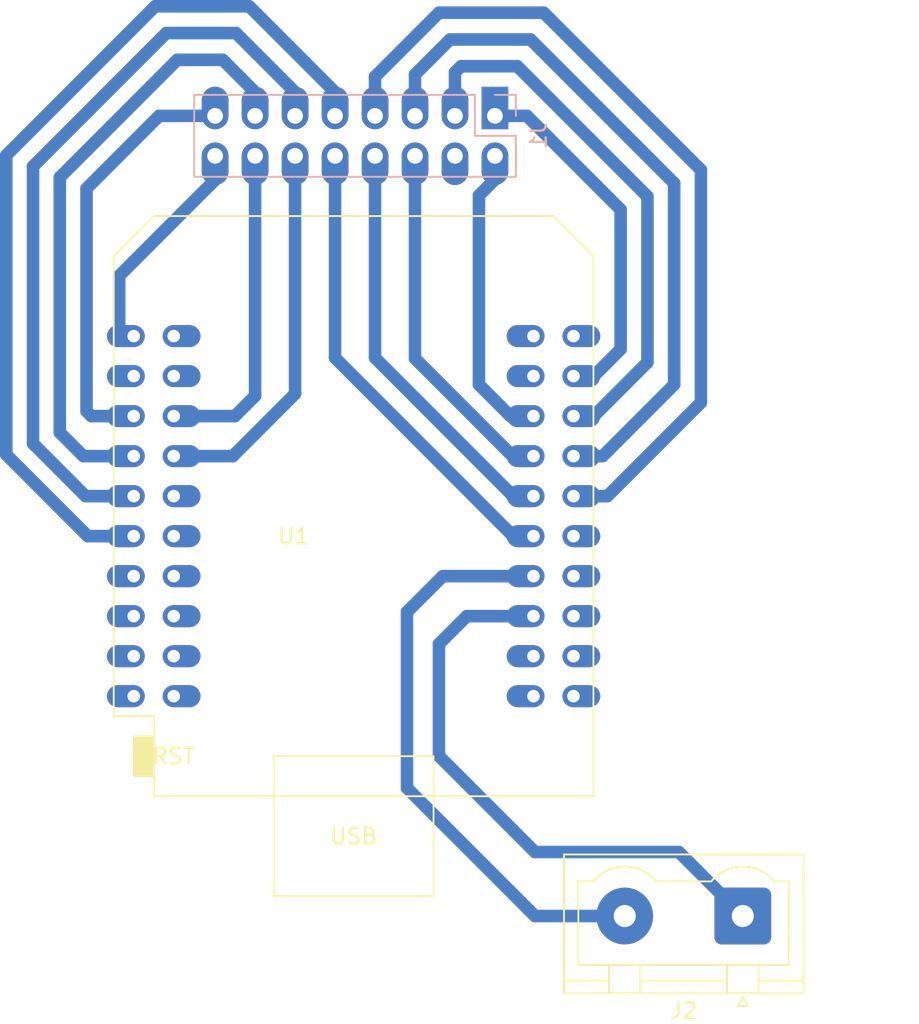
<source format=kicad_pcb>
(kicad_pcb (version 20211014) (generator pcbnew)
  (layers (0 "F.Cu" signal) (31 "B.Cu" signal) (34 "B.Paste" user) (35 "F.Paste" user) (36 "B.SilkS" user "B.Silkscreen") (37 "F.SilkS" user "F.Silkscreen") (38 "B.Mask" user) (39 "F.Mask" user) (44 "Edge.Cuts" user))
  (net 0 "")
  (net 1 "Net-(J2-Pad1)")
  (net 2 "Net-(J1-Pad1)")
  (net 13 "Net-(J1-Pad2)")
  (net 14 "Net-(J1-Pad3)")
  (net 18 "Net-(J1-Pad5)")
  (net 19 "Net-(J1-Pad6)")
  (net 20 "Net-(J1-Pad7)")
  (net 22 "Net-(J1-Pad8)")
  (net 23 "Net-(U1-Pad11)")
  (net 24 "Net-(J1-Pad10)")
  (net 25 "Net-(U1-Pad9)")
  (net 26 "Net-(J1-Pad12)")
  (net 27 "Net-(J1-Pad14)")
  (net 28 "Net-(J1-Pad15)")
  (net 29 "Net-(J1-Pad16)")
  (net 38 "Net-(U1-Pad7)")
  (footprint "Connector_Phoenix_GMSTB:PhoenixContact_GMSTBVA_2,5_2-G_1x02_P7.50mm_Vertical" (layer "F.Cu") (at 149.352 136.144 180)
    (fp_text reference "J2" (at 3.75 -6) (layer "F.SilkS"))
    (fp_text value "Power")
    (fp_line (start 0 -5.11) (end -0.3 -5.71) (layer "F.SilkS") (width 0.12))
    (fp_line (start 8.5 -3.1) (end 6.5 -3.1) (layer "F.SilkS") (width 0.12))
    (fp_line (start -1 -3.1) (end -1 -4.91) (layer "F.SilkS") (width 0.12))
    (fp_line (start 10.45 -3.1) (end 10.45 2.2) (layer "F.SilkS") (width 0.12))
    (fp_line (start 11.36 -4.91) (end -3.86 -4.91) (layer "F.SilkS") (width 0.12))
    (fp_line (start 2 2.2) (end 5.5 2.2) (layer "F.SilkS") (width 0.12))
    (fp_line (start -1 -4.91) (end 1 -4.91) (layer "F.SilkS") (width 0.12))
    (fp_line (start -2.95 2.2) (end -2.95 -3.1) (layer "F.SilkS") (width 0.12))
    (fp_line (start -3.86 -4.91) (end -3.86 3.91) (layer "F.SilkS") (width 0.12))
    (fp_line (start 1 -3.1) (end -1 -3.1) (layer "F.SilkS") (width 0.12))
    (fp_line (start 10.45 2.2) (end 9.5 2.2) (layer "F.SilkS") (width 0.12))
    (fp_line (start 6.5 -4.91) (end 8.5 -4.91) (layer "F.SilkS") (width 0.12))
    (fp_line (start -0.3 -5.71) (end 0.3 -5.71) (layer "F.SilkS") (width 0.12))
    (fp_line (start 1 -4.1) (end 6.5 -4.1) (layer "F.SilkS") (width 0.12))
    (fp_line (start 6.5 -3.1) (end 6.5 -4.91) (layer "F.SilkS") (width 0.12))
    (fp_line (start -2.95 -3.1) (end 10.45 -3.1) (layer "F.SilkS") (width 0.12))
    (fp_line (start -3.86 -4.1) (end -1.11 -4.1) (layer "F.SilkS") (width 0.12))
    (fp_line (start 1 -4.91) (end 1 -3.1) (layer "F.SilkS") (width 0.12))
    (fp_line (start -3.86 3.91) (end 11.36 3.91) (layer "F.SilkS") (width 0.12))
    (fp_line (start 11.36 -4.1) (end 8.61 -4.1) (layer "F.SilkS") (width 0.12))
    (fp_line (start 0.3 -5.71) (end 0 -5.11) (layer "F.SilkS") (width 0.12))
    (fp_line (start 8.5 -4.91) (end 8.5 -3.1) (layer "F.SilkS") (width 0.12))
    (fp_line (start 11.36 3.91) (end 11.36 -4.91) (layer "F.SilkS") (width 0.12))
    (fp_line (start -2 2.2) (end -2.95 2.2) (layer "F.SilkS") (width 0.12))
    (fp_arc (start 1.986842 2.215821) (mid -0.010289 3.142758) (end -2 2.2) (layer "F.SilkS") (width 0.12))
    (fp_arc (start 9.486842 2.215821) (mid 7.489711 3.142758) (end 5.5 2.2) (layer "F.SilkS") (width 0.12))
    (pad "1" thru_hole roundrect (at 0 0 180) (size 3.6 3.6) (drill 1.4) (layers *.Cu *.Mask) (roundrect_rratio 0.125) (net 1 "Net-(J2-Pad1)"))
    (pad "2" thru_hole oval (at 7.5 0 180) (size 3.6 3.6) (drill 1.4) (layers *.Cu *.Mask) (net 29 "Net-(J1-Pad16)"))
  )
  (footprint "ESP32_mini:ESP32_mini" (layer "F.Cu") (at 124.623 110.757)
    (fp_text reference "U1" (at -3.81 1.27) (layer "F.SilkS"))
    (fp_text value "mini_esp32")
    (fp_text user "USB" (at 0 20.32) (layer "F.SilkS"))
    (fp_text user "RST" (at -11.43 15.24) (layer "F.SilkS"))
    (fp_line (start 5.08 15.24) (end 5.08 17.78) (layer "F.SilkS") (width 0.12))
    (fp_line (start -15.24 12.7) (end -12.7 12.7) (layer "F.SilkS") (width 0.12))
    (fp_line (start -5.08 15.24) (end 5.08 15.24) (layer "F.SilkS") (width 0.12))
    (fp_line (start -12.7 17.78) (end 15.24 17.78) (layer "F.SilkS") (width 0.12))
    (fp_line (start -5.08 17.78) (end -5.08 15.24) (layer "F.SilkS") (width 0.12))
    (fp_line (start -12.7 12.7) (end -12.7 17.78) (layer "F.SilkS") (width 0.12))
    (fp_line (start -5.08 17.78) (end -5.08 24.13) (layer "F.SilkS") (width 0.12))
    (fp_line (start 12.7 -19.05) (end -11.43 -19.05) (layer "F.SilkS") (width 0.12))
    (fp_line (start 15.24 -16.51) (end 15.24 17.78) (layer "F.SilkS") (width 0.12))
    (fp_line (start 12.7 -19.05) (end 15.24 -16.51) (layer "F.SilkS") (width 0.12))
    (fp_line (start 5.08 24.13) (end 5.08 17.78) (layer "F.SilkS") (width 0.12))
    (fp_line (start -5.08 24.13) (end 5.08 24.13) (layer "F.SilkS") (width 0.12))
    (fp_line (start -12.7 -19.05) (end -11.43 -19.05) (layer "F.SilkS") (width 0.12))
    (fp_line (start -15.24 -16.51) (end -15.24 12.7) (layer "F.SilkS") (width 0.12))
    (fp_line (start -12.7 -19.05) (end -15.24 -16.51) (layer "F.SilkS") (width 0.12))
    (fp_poly (pts (xy -13.97 16.51) (xy -13.97 13.97) (xy -12.7 13.97) (xy -12.7 16.51)) (layer "F.SilkS") (width 0.1) (fill solid))
    (pad "1" thru_hole oval locked (at -13.97 -11.43 270) (size 1.4 2.4) (drill 0.8 (offset 0 0.5)) (layers *.Cu *.Mask) (net 29 "Net-(J1-Pad16)"))
    (pad "2" thru_hole oval locked (at -11.43 -11.43 270) (size 1.4 2.4) (drill 0.8 (offset 0 -0.5)) (layers *.Cu *.Mask))
    (pad "3" thru_hole oval locked (at -13.97 -8.89 270) (size 1.4 2.4) (drill 0.8 (offset 0 0.5)) (layers *.Cu *.Mask))
    (pad "4" thru_hole oval locked (at -11.43 -8.89 270) (size 1.4 2.4) (drill 0.8 (offset 0 -0.5)) (layers *.Cu *.Mask))
    (pad "5" thru_hole oval locked (at -13.97 -6.35 270) (size 1.4 2.4) (drill 0.8 (offset 0 0.5)) (layers *.Cu *.Mask) (net 28 "Net-(J1-Pad15)"))
    (pad "6" thru_hole oval locked (at -11.43 -6.35 270) (size 1.4 2.4) (drill 0.8 (offset 0 -0.5)) (layers *.Cu *.Mask) (net 27 "Net-(J1-Pad14)"))
    (pad "7" thru_hole oval locked (at -13.97 -3.81 270) (size 1.4 2.4) (drill 0.8 (offset 0 0.5)) (layers *.Cu *.Mask) (net 38 "Net-(U1-Pad7)"))
    (pad "8" thru_hole oval locked (at -11.43 -3.81 270) (size 1.4 2.4) (drill 0.8 (offset 0 -0.5)) (layers *.Cu *.Mask) (net 26 "Net-(J1-Pad12)"))
    (pad "9" thru_hole oval locked (at -13.97 -1.27 270) (size 1.4 2.4) (drill 0.8 (offset 0 0.5)) (layers *.Cu *.Mask) (net 25 "Net-(U1-Pad9)"))
    (pad "10" thru_hole oval locked (at -11.43 -1.27 270) (size 1.4 2.4) (drill 0.8 (offset 0 -0.5)) (layers *.Cu *.Mask))
    (pad "11" thru_hole oval locked (at -13.97 1.27 270) (size 1.4 2.4) (drill 0.8 (offset 0 0.5)) (layers *.Cu *.Mask) (net 23 "Net-(U1-Pad11)"))
    (pad "12" thru_hole oval locked (at -11.43 1.27 270) (size 1.4 2.4) (drill 0.8 (offset 0 -0.5)) (layers *.Cu *.Mask))
    (pad "13" thru_hole oval locked (at -13.97 3.81 270) (size 1.4 2.4) (drill 0.8 (offset 0 0.5)) (layers *.Cu *.Mask))
    (pad "14" thru_hole oval locked (at -11.43 3.81 270) (size 1.4 2.4) (drill 0.8 (offset 0 -0.5)) (layers *.Cu *.Mask))
    (pad "15" thru_hole oval locked (at -13.97 6.35 270) (size 1.4 2.4) (drill 0.8 (offset 0 0.5)) (layers *.Cu *.Mask))
    (pad "16" thru_hole oval locked (at -11.43 6.35 270) (size 1.4 2.4) (drill 0.8 (offset 0 -0.5)) (layers *.Cu *.Mask))
    (pad "17" thru_hole oval locked (at -13.97 8.89 270) (size 1.4 2.4) (drill 0.8 (offset 0 0.5)) (layers *.Cu *.Mask))
    (pad "18" thru_hole oval locked (at -11.43 8.89 270) (size 1.4 2.4) (drill 0.8 (offset 0 -0.5)) (layers *.Cu *.Mask))
    (pad "19" thru_hole oval locked (at -13.97 11.43 270) (size 1.4 2.4) (drill 0.8 (offset 0 0.5)) (layers *.Cu *.Mask))
    (pad "20" thru_hole oval locked (at -11.43 11.43 270) (size 1.4 2.4) (drill 0.8 (offset 0 -0.5)) (layers *.Cu *.Mask))
    (pad "21" thru_hole oval locked (at 11.43 -11.43 270) (size 1.4 2.4) (drill 0.8 (offset 0 0.5)) (layers *.Cu *.Mask))
    (pad "22" thru_hole oval locked (at 13.97 -11.43 270) (size 1.4 2.4) (drill 0.8 (offset 0 -0.5)) (layers *.Cu *.Mask) (net 29 "Net-(J1-Pad16)"))
    (pad "23" thru_hole oval locked (at 11.43 -8.89 270) (size 1.4 2.4) (drill 0.8 (offset 0 0.5)) (layers *.Cu *.Mask))
    (pad "24" thru_hole oval locked (at 13.97 -8.89 270) (size 1.4 2.4) (drill 0.8 (offset 0 -0.5)) (layers *.Cu *.Mask) (net 2 "Net-(J1-Pad1)"))
    (pad "25" thru_hole oval locked (at 11.43 -6.35 270) (size 1.4 2.4) (drill 0.8 (offset 0 0.5)) (layers *.Cu *.Mask) (net 13 "Net-(J1-Pad2)"))
    (pad "26" thru_hole oval locked (at 13.97 -6.35 270) (size 1.4 2.4) (drill 0.8 (offset 0 -0.5)) (layers *.Cu *.Mask) (net 14 "Net-(J1-Pad3)"))
    (pad "27" thru_hole oval locked (at 11.43 -3.81 270) (size 1.4 2.4) (drill 0.8 (offset 0 0.5)) (layers *.Cu *.Mask) (net 19 "Net-(J1-Pad6)"))
    (pad "28" thru_hole oval locked (at 13.97 -3.81 270) (size 1.4 2.4) (drill 0.8 (offset 0 -0.5)) (layers *.Cu *.Mask) (net 18 "Net-(J1-Pad5)"))
    (pad "29" thru_hole oval locked (at 11.43 -1.27 270) (size 1.4 2.4) (drill 0.8 (offset 0 0.5)) (layers *.Cu *.Mask) (net 22 "Net-(J1-Pad8)"))
    (pad "30" thru_hole oval locked (at 13.97 -1.27 270) (size 1.4 2.4) (drill 0.8 (offset 0 -0.5)) (layers *.Cu *.Mask) (net 20 "Net-(J1-Pad7)"))
    (pad "31" thru_hole oval locked (at 11.43 1.27 270) (size 1.4 2.4) (drill 0.8 (offset 0 0.5)) (layers *.Cu *.Mask) (net 24 "Net-(J1-Pad10)"))
    (pad "32" thru_hole oval locked (at 13.97 1.27 270) (size 1.4 2.4) (drill 0.8 (offset 0 -0.5)) (layers *.Cu *.Mask))
    (pad "33" thru_hole oval locked (at 11.43 3.81 270) (size 1.4 2.4) (drill 0.8 (offset 0 0.5)) (layers *.Cu *.Mask) (net 29 "Net-(J1-Pad16)"))
    (pad "34" thru_hole oval locked (at 13.97 3.81 270) (size 1.4 2.4) (drill 0.8 (offset 0 -0.5)) (layers *.Cu *.Mask))
    (pad "35" thru_hole oval locked (at 11.43 6.35 270) (size 1.4 2.4) (drill 0.8 (offset 0 0.5)) (layers *.Cu *.Mask) (net 1 "Net-(J2-Pad1)"))
    (pad "36" thru_hole oval locked (at 13.97 6.35 270) (size 1.4 2.4) (drill 0.8 (offset 0 -0.5)) (layers *.Cu *.Mask))
    (pad "37" thru_hole oval locked (at 11.43 8.89 270) (size 1.4 2.4) (drill 0.8 (offset 0 0.5)) (layers *.Cu *.Mask))
    (pad "38" thru_hole oval locked (at 13.97 8.89 270) (size 1.4 2.4) (drill 0.8 (offset 0 -0.5)) (layers *.Cu *.Mask))
    (pad "39" thru_hole oval locked (at 11.43 11.43 270) (size 1.4 2.4) (drill 0.8 (offset 0 0.5)) (layers *.Cu *.Mask))
    (pad "40" thru_hole oval locked (at 13.97 11.43 270) (size 1.4 2.4) (drill 0.8 (offset 0 -0.5)) (layers *.Cu *.Mask))
  )
  (footprint "Connector_PinSocket_2.54mm:PinSocket_2x08_P2.54mm_Vertical" (layer "B.Cu") (at 133.604 85.344 90)
    (fp_text reference "J1" (at -1.27 2.77 90) (layer "B.SilkS") (effects (justify mirror)))
    (fp_text value "PUT_IN")
    (fp_line (start 1.33 1.33) (end 1.33 0) (layer "B.SilkS") (width 0.12))
    (fp_line (start -3.87 1.33) (end -1.27 1.33) (layer "B.SilkS") (width 0.12))
    (fp_line (start -1.27 -1.27) (end 1.33 -1.27) (layer "B.SilkS") (width 0.12))
    (fp_line (start -3.87 1.33) (end -3.87 -19.11) (layer "B.SilkS") (width 0.12))
    (fp_line (start -3.87 -19.11) (end 1.33 -19.11) (layer "B.SilkS") (width 0.12))
    (fp_line (start 0 1.33) (end 1.33 1.33) (layer "B.SilkS") (width 0.12))
    (fp_line (start 1.33 -1.27) (end 1.33 -19.11) (layer "B.SilkS") (width 0.12))
    (fp_line (start -1.27 1.33) (end -1.27 -1.27) (layer "B.SilkS") (width 0.12))
    (pad "1" thru_hole rect (at 0 0 90) (size 2.7 1.7) (drill 1 (offset 0.5 0)) (layers *.Cu *.Mask) (net 2 "Net-(J1-Pad1)"))
    (pad "2" thru_hole oval (at -2.54 0 90) (size 2.7 1.7) (drill 1 (offset -0.5 0)) (layers *.Cu *.Mask) (net 13 "Net-(J1-Pad2)"))
    (pad "3" thru_hole oval (at 0 -2.54 90) (size 2.7 1.7) (drill 1 (offset 0.5 0)) (layers *.Cu *.Mask) (net 14 "Net-(J1-Pad3)"))
    (pad "4" thru_hole oval (at -2.54 -2.54 90) (size 2.7 1.7) (drill 1 (offset -0.5 0)) (layers *.Cu *.Mask))
    (pad "5" thru_hole oval (at 0 -5.08 90) (size 2.7 1.7) (drill 1 (offset 0.5 0)) (layers *.Cu *.Mask) (net 18 "Net-(J1-Pad5)"))
    (pad "6" thru_hole oval (at -2.54 -5.08 90) (size 2.7 1.7) (drill 1 (offset -0.5 0)) (layers *.Cu *.Mask) (net 19 "Net-(J1-Pad6)"))
    (pad "7" thru_hole oval (at 0 -7.62 90) (size 2.7 1.7) (drill 1 (offset 0.5 0)) (layers *.Cu *.Mask) (net 20 "Net-(J1-Pad7)"))
    (pad "8" thru_hole oval (at -2.54 -7.62 90) (size 2.7 1.7) (drill 1 (offset -0.5 0)) (layers *.Cu *.Mask) (net 22 "Net-(J1-Pad8)"))
    (pad "9" thru_hole oval (at 0 -10.16 90) (size 2.7 1.7) (drill 1 (offset 0.5 0)) (layers *.Cu *.Mask) (net 23 "Net-(U1-Pad11)"))
    (pad "10" thru_hole oval (at -2.54 -10.16 90) (size 2.7 1.7) (drill 1 (offset -0.5 0)) (layers *.Cu *.Mask) (net 24 "Net-(J1-Pad10)"))
    (pad "11" thru_hole oval (at 0 -12.7 90) (size 2.7 1.7) (drill 1 (offset 0.5 0)) (layers *.Cu *.Mask) (net 25 "Net-(U1-Pad9)"))
    (pad "12" thru_hole oval (at -2.54 -12.7 90) (size 2.7 1.7) (drill 1 (offset -0.5 0)) (layers *.Cu *.Mask) (net 26 "Net-(J1-Pad12)"))
    (pad "13" thru_hole oval (at 0 -15.24 90) (size 2.7 1.7) (drill 1 (offset 0.5 0)) (layers *.Cu *.Mask) (net 38 "Net-(U1-Pad7)"))
    (pad "14" thru_hole oval (at -2.54 -15.24 90) (size 2.7 1.7) (drill 1 (offset -0.5 0)) (layers *.Cu *.Mask) (net 27 "Net-(J1-Pad14)"))
    (pad "15" thru_hole oval (at 0 -17.78 90) (size 2.7 1.7) (drill 1 (offset 0.5 0)) (layers *.Cu *.Mask) (net 28 "Net-(J1-Pad15)"))
    (pad "16" thru_hole oval (at -2.54 -17.78 90) (size 2.7 1.7) (drill 1 (offset -0.5 0)) (layers *.Cu *.Mask) (net 29 "Net-(J1-Pad16)"))
  )
  (segment (start 136.144 132.08) (end 130.048 125.984) (width 0.8) (layer "B.Cu") (net 1))
  (segment (start 145.288 132.08) (end 136.144 132.08) (width 0.8) (layer "B.Cu") (net 1))
  (segment (start 149.352 136.144) (end 145.288 132.08) (width 0.8) (layer "B.Cu") (net 1))
  (segment (start 130.048 125.984) (end 130.048 118.872) (width 0.8) (layer "B.Cu") (net 1))
  (segment (start 130.048 118.872) (end 131.813 117.107) (width 0.8) (layer "B.Cu") (net 1))
  (segment (start 131.813 117.107) (end 136.053 117.107) (width 0.8) (layer "B.Cu") (net 1))
  (segment (start 135.636 85.344) (end 141.59252 91.30052) (width 0.8) (layer "B.Cu") (net 2))
  (segment (start 133.604 85.344) (end 135.636 85.344) (width 0.8) (layer "B.Cu") (net 2))
  (segment (start 141.59252 91.30052) (end 141.59252 100.155228) (width 0.8) (layer "B.Cu") (net 2))
  (segment (start 141.59252 100.155228) (end 139.880748 101.867) (width 0.8) (layer "B.Cu") (net 2))
  (segment (start 139.880748 101.867) (end 138.593 101.867) (width 0.8) (layer "B.Cu") (net 2))
  (segment (start 132.588 90.39988) (end 132.588 102.40748) (width 0.8) (layer "B.Cu") (net 13))
  (segment (start 133.604 89.38388) (end 132.588 90.39988) (width 0.8) (layer "B.Cu") (net 13))
  (segment (start 133.604 87.884) (end 133.604 89.38388) (width 0.8) (layer "B.Cu") (net 13))
  (segment (start 134.58752 104.407) (end 136.053 104.407) (width 0.8) (layer "B.Cu") (net 13))
  (segment (start 132.588 102.40748) (end 134.58752 104.407) (width 0.8) (layer "B.Cu") (net 13))
  (segment (start 131.064 85.344) (end 131.064 82.584978) (width 0.8) (layer "B.Cu") (net 14))
  (segment (start 131.454489 82.194489) (end 135.026489 82.194489) (width 0.8) (layer "B.Cu") (net 14))
  (segment (start 143.29204 100.995708) (end 139.880748 104.407) (width 0.8) (layer "B.Cu") (net 14))
  (segment (start 143.29204 90.46004) (end 143.29204 100.995708) (width 0.8) (layer "B.Cu") (net 14))
  (segment (start 131.064 82.584978) (end 131.454489 82.194489) (width 0.8) (layer "B.Cu") (net 14))
  (segment (start 135.026489 82.194489) (end 143.29204 90.46004) (width 0.8) (layer "B.Cu") (net 14))
  (segment (start 139.880748 104.407) (end 138.593 104.407) (width 0.8) (layer "B.Cu") (net 14))
  (segment (start 140.449 106.947) (end 138.593 106.947) (width 0.8) (layer "B.Cu") (net 18))
  (segment (start 144.99156 102.40444) (end 140.449 106.947) (width 0.8) (layer "B.Cu") (net 18))
  (segment (start 130.750525 80.494969) (end 135.866969 80.494969) (width 0.8) (layer "B.Cu") (net 18))
  (segment (start 128.524 85.344) (end 128.524 82.721494) (width 0.8) (layer "B.Cu") (net 18))
  (segment (start 135.866969 80.494969) (end 144.99156 89.61956) (width 0.8) (layer "B.Cu") (net 18))
  (segment (start 128.524 82.721494) (end 130.750525 80.494969) (width 0.8) (layer "B.Cu") (net 18))
  (segment (start 144.99156 89.61956) (end 144.99156 102.40444) (width 0.8) (layer "B.Cu") (net 18))
  (segment (start 128.524 87.884) (end 128.524 100.746964) (width 0.8) (layer "B.Cu") (net 19))
  (segment (start 128.524 100.746964) (end 134.724036 106.947) (width 0.8) (layer "B.Cu") (net 19))
  (segment (start 134.724036 106.947) (end 136.053 106.947) (width 0.8) (layer "B.Cu") (net 19))
  (segment (start 130.046561 78.795449) (end 136.707449 78.795449) (width 0.8) (layer "B.Cu") (net 20))
  (segment (start 136.707449 78.795449) (end 146.69108 88.77908) (width 0.8) (layer "B.Cu") (net 20))
  (segment (start 125.984 82.85801) (end 130.046561 78.795449) (width 0.8) (layer "B.Cu") (net 20))
  (segment (start 140.74848 109.487) (end 138.593 109.487) (width 0.8) (layer "B.Cu") (net 20))
  (segment (start 146.69108 103.5444) (end 140.74848 109.487) (width 0.8) (layer "B.Cu") (net 20))
  (segment (start 125.984 85.344) (end 125.984 82.85801) (width 0.8) (layer "B.Cu") (net 20))
  (segment (start 146.69108 88.77908) (end 146.69108 103.5444) (width 0.8) (layer "B.Cu") (net 20))
  (segment (start 125.984 87.884) (end 125.984 100.705748) (width 0.8) (layer "B.Cu") (net 22))
  (segment (start 125.984 100.705748) (end 134.765252 109.487) (width 0.8) (layer "B.Cu") (net 22))
  (segment (start 134.765252 109.487) (end 136.053 109.487) (width 0.8) (layer "B.Cu") (net 22))
  (segment (start 123.444 85.344) (end 123.444 83.84412) (width 0.8) (layer "B.Cu") (net 23))
  (segment (start 112.012588 78.38896) (end 102.55492 87.846628) (width 0.8) (layer "B.Cu") (net 23))
  (segment (start 102.55492 106.853888) (end 107.728032 112.027) (width 0.8) (layer "B.Cu") (net 23))
  (segment (start 102.55492 87.846628) (end 102.55492 106.853888) (width 0.8) (layer "B.Cu") (net 23))
  (segment (start 107.728032 112.027) (end 110.653 112.027) (width 0.8) (layer "B.Cu") (net 23))
  (segment (start 123.444 83.84412) (end 117.98884 78.38896) (width 0.8) (layer "B.Cu") (net 23))
  (segment (start 117.98884 78.38896) (end 112.012588 78.38896) (width 0.8) (layer "B.Cu") (net 23))
  (segment (start 123.444 87.884) (end 123.444 100.705748) (width 0.8) (layer "B.Cu") (net 24))
  (segment (start 123.444 100.705748) (end 134.765252 112.027) (width 0.8) (layer "B.Cu") (net 24))
  (segment (start 134.765252 112.027) (end 136.053 112.027) (width 0.8) (layer "B.Cu") (net 24))
  (segment (start 104.25444 106.149924) (end 107.591516 109.487) (width 0.8) (layer "B.Cu") (net 25))
  (segment (start 120.904 83.84412) (end 117.14836 80.08848) (width 0.8) (layer "B.Cu") (net 25))
  (segment (start 107.591516 109.487) (end 110.653 109.487) (width 0.8) (layer "B.Cu") (net 25))
  (segment (start 104.25444 88.550592) (end 104.25444 106.149924) (width 0.8) (layer "B.Cu") (net 25))
  (segment (start 112.716552 80.08848) (end 104.25444 88.550592) (width 0.8) (layer "B.Cu") (net 25))
  (segment (start 117.14836 80.08848) (end 112.716552 80.08848) (width 0.8) (layer "B.Cu") (net 25))
  (segment (start 120.904 85.344) (end 120.904 83.84412) (width 0.8) (layer "B.Cu") (net 25))
  (segment (start 116.944484 106.947) (end 113.193 106.947) (width 0.8) (layer "B.Cu") (net 26))
  (segment (start 120.904 102.987484) (end 116.944484 106.947) (width 0.8) (layer "B.Cu") (net 26))
  (segment (start 120.904 87.884) (end 120.904 102.987484) (width 0.8) (layer "B.Cu") (net 26))
  (segment (start 118.364 87.884) (end 118.364 103.124) (width 0.8) (layer "B.Cu") (net 27))
  (segment (start 117.081 104.407) (end 113.193 104.407) (width 0.8) (layer "B.Cu") (net 27))
  (segment (start 118.364 103.124) (end 117.081 104.407) (width 0.8) (layer "B.Cu") (net 27))
  (segment (start 115.824 85.344) (end 112.268 85.344) (width 0.8) (layer "B.Cu") (net 28))
  (segment (start 107.65348 89.95852) (end 107.65348 104.09748) (width 0.8) (layer "B.Cu") (net 28))
  (segment (start 107.65348 104.09748) (end 107.963 104.407) (width 0.8) (layer "B.Cu") (net 28))
  (segment (start 107.963 104.407) (end 110.653 104.407) (width 0.8) (layer "B.Cu") (net 28))
  (segment (start 112.268 85.344) (end 107.65348 89.95852) (width 0.8) (layer "B.Cu") (net 28))
  (segment (start 115.824 87.884) (end 115.824 89.408) (width 0.8) (layer "B.Cu") (net 29))
  (segment (start 109.728 95.504) (end 109.728 98.552) (width 0.8) (layer "B.Cu") (net 29))
  (segment (start 130.289 114.567) (end 136.053 114.567) (width 0.8) (layer "B.Cu") (net 29))
  (segment (start 128.016 116.84) (end 130.289 114.567) (width 0.8) (layer "B.Cu") (net 29))
  (segment (start 141.852 136.144) (end 136.144 136.144) (width 0.8) (layer "B.Cu") (net 29))
  (segment (start 136.144 136.144) (end 128.016 128.016) (width 0.8) (layer "B.Cu") (net 29))
  (segment (start 115.824 89.408) (end 109.728 95.504) (width 0.8) (layer "B.Cu") (net 29))
  (segment (start 128.016 128.016) (end 128.016 116.84) (width 0.8) (layer "B.Cu") (net 29))
  (segment (start 118.364 83.84412) (end 116.30788 81.788) (width 0.8) (layer "B.Cu") (net 38))
  (segment (start 105.95396 89.254556) (end 105.95396 105.44596) (width 0.8) (layer "B.Cu") (net 38))
  (segment (start 113.420516 81.788) (end 105.95396 89.254556) (width 0.8) (layer "B.Cu") (net 38))
  (segment (start 118.364 85.344) (end 118.364 83.84412) (width 0.8) (layer "B.Cu") (net 38))
  (segment (start 105.95396 105.44596) (end 107.455 106.947) (width 0.8) (layer "B.Cu") (net 38))
  (segment (start 116.30788 81.788) (end 113.420516 81.788) (width 0.8) (layer "B.Cu") (net 38))
  (segment (start 107.455 106.947) (end 110.653 106.947) (width 0.8) (layer "B.Cu") (net 38))
)
</source>
